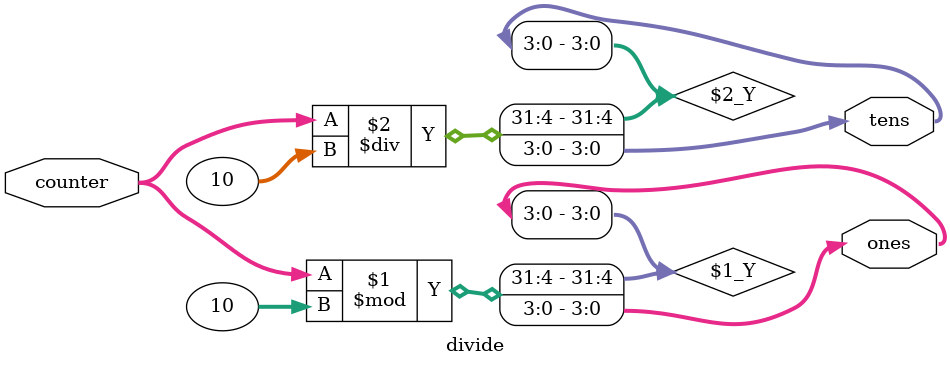
<source format=v>
module divide (
  input [6:0] counter,
  output [3:0] tens,
  output [3:0] ones
);

  assign ones = counter % 10;
  assign tens = counter / 10;

endmodule
</source>
